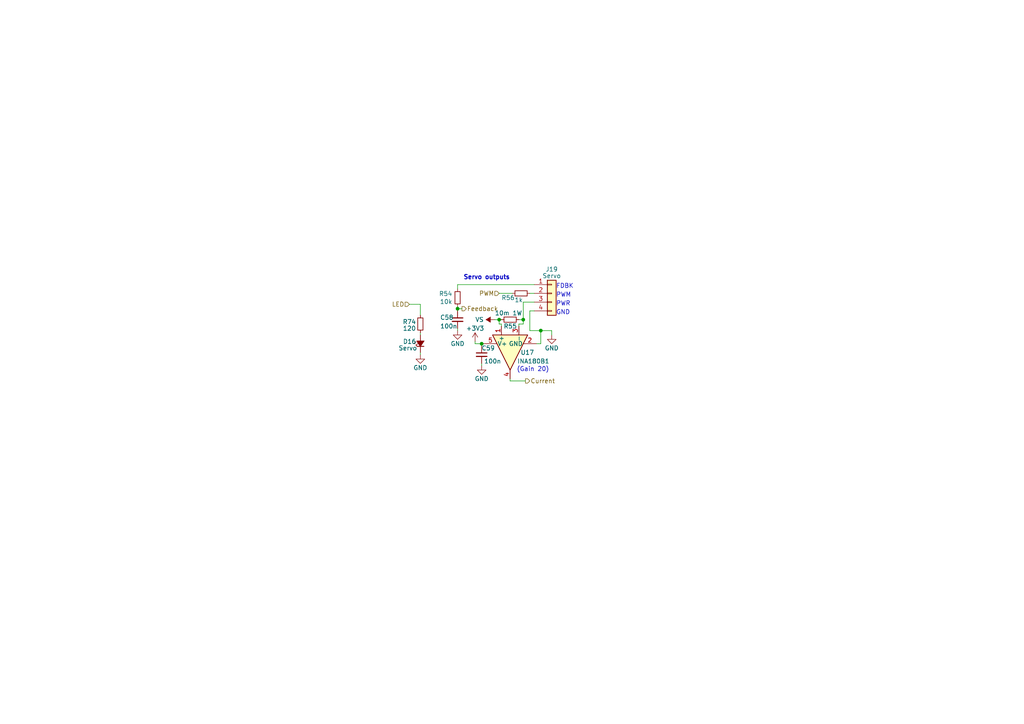
<source format=kicad_sch>
(kicad_sch (version 20211123) (generator eeschema)
  (paper "A4")
  (lib_symbols
    (symbol "Connector_Generic:Conn_01x04" (pin_names (offset 1.016) hide)
      (property "Reference" "J" (at 0 5.08 0))
      (property "Value" "Conn_01x04" (at 0 -7.62 0))
      (symbol "Conn_01x04_1_1"
        (rectangle (start -1.27 -4.953) (end 0 -5.207) (stroke (width 0.1524)))
        (rectangle (start -1.27 -2.413) (end 0 -2.667) (stroke (width 0.1524)))
        (rectangle (start -1.27 0.127) (end 0 -0.127) (stroke (width 0.1524)))
        (rectangle (start -1.27 2.667) (end 0 2.413) (stroke (width 0.1524)))
        (rectangle (start -1.27 3.81) (end 1.27 -6.35) (stroke (width 0.254)) (fill (type background)))
        (pin passive line (at -5.08 2.54 0) (length 3.81) (name "Pin_1") (number "1"))
        (pin passive line (at -5.08 0 0) (length 3.81) (name "Pin_2") (number "2"))
        (pin passive line (at -5.08 -2.54 0) (length 3.81) (name "Pin_3") (number "3"))
        (pin passive line (at -5.08 -5.08 0) (length 3.81) (name "Pin_4") (number "4"))
      )
    )
    (symbol "Device:C_Small" (pin_numbers hide) (pin_names (offset 0.254) hide)
      (property "Reference" "C" (at 0.254 1.778 0))
      (property "Value" "C_Small" (at 0.254 -2.032 0))
      (symbol "C_Small_0_1"
        (polyline (pts (xy -1.524 -0.508) (xy 1.524 -0.508)) (stroke (width 0.3302)))
        (polyline (pts (xy -1.524 0.508) (xy 1.524 0.508)) (stroke (width 0.3048)))
      )
      (symbol "C_Small_1_1"
        (pin passive line (at 0 2.54 270) (length 2.032) (name "~") (number "1"))
        (pin passive line (at 0 -2.54 90) (length 2.032) (name "~") (number "2"))
      )
    )
    (symbol "Device:LED_Small_Filled" (pin_numbers hide) (pin_names (offset 0.254) hide)
      (property "Reference" "D" (at -1.27 3.175 0))
      (property "Value" "LED_Small_Filled" (at -4.445 -2.54 0))
      (symbol "LED_Small_Filled_0_1"
        (polyline (pts (xy -0.762 -1.016) (xy -0.762 1.016)) (stroke (width 0.254)))
        (polyline (pts (xy 1.016 0) (xy -0.762 0)))
        (polyline (pts (xy 0.762 -1.016) (xy -0.762 0) (xy 0.762 1.016) (xy 0.762 -1.016)) (stroke (width 0.254)) (fill (type outline)))
        (polyline (pts (xy 0 0.762) (xy -0.508 1.27) (xy -0.254 1.27) (xy -0.508 1.27) (xy -0.508 1.016)))
        (polyline (pts (xy 0.508 1.27) (xy 0 1.778) (xy 0.254 1.778) (xy 0 1.778) (xy 0 1.524)))
      )
      (symbol "LED_Small_Filled_1_1"
        (pin passive line (at -2.54 0 0) (length 1.778) (name "K") (number "1"))
        (pin passive line (at 2.54 0 180) (length 1.778) (name "A") (number "2"))
      )
    )
    (symbol "Device:R_Small" (pin_numbers hide) (pin_names (offset 0.254) hide)
      (property "Reference" "R" (at 0.762 0.508 0))
      (property "Value" "R_Small" (at 0.762 -1.016 0))
      (symbol "R_Small_0_1"
        (rectangle (start -0.762 1.778) (end 0.762 -1.778) (stroke (width 0.2032)))
      )
      (symbol "R_Small_1_1"
        (pin passive line (at 0 2.54 270) (length 0.762) (name "~") (number "1"))
        (pin passive line (at 0 -2.54 90) (length 0.762) (name "~") (number "2"))
      )
    )
    (symbol "TXV_LIB:INA180B" (pin_names (offset 0.127))
      (property "Reference" "U" (at 3.81 3.81 0))
      (property "Value" "INA180B" (at 3.81 -2.54 0))
      (symbol "INA180B_0_1"
        (polyline (pts (xy 5.08 0) (xy -5.08 5.08) (xy -5.08 -5.08) (xy 5.08 0)) (stroke (width 0.254)) (fill (type background)))
      )
      (symbol "INA180B_1_1"
        (pin input line (at -7.62 2.54 0) (length 2.54) (name "+") (number "1"))
        (pin power_in line (at -2.54 -7.62 90) (length 3.81) (name "GND") (number "2"))
        (pin input line (at -7.62 -2.54 0) (length 2.54) (name "-") (number "3"))
        (pin output line (at 7.62 0 180) (length 2.54) (name "~") (number "4"))
        (pin power_in line (at -2.54 7.62 270) (length 3.81) (name "V+") (number "5"))
      )
    )
    (symbol "power:+3V3" (power) (pin_names (offset 0))
      (property "Value" "+3V3" (at 0 3.556 0))
      (symbol "+3V3_0_1"
        (polyline (pts (xy -0.762 1.27) (xy 0 2.54)))
        (polyline (pts (xy 0 0) (xy 0 2.54)))
        (polyline (pts (xy 0 2.54) (xy 0.762 1.27)))
      )
      (symbol "+3V3_1_1"
        (pin power_in line (at 0 0 90) (length 0) hide (name "+3V3") (number "1"))
      )
    )
    (symbol "power:GND" (power) (pin_names (offset 0))
      (property "Value" "GND" (at 0 -3.81 0))
      (symbol "GND_0_1"
        (polyline (pts (xy 0 0) (xy 0 -1.27) (xy 1.27 -1.27) (xy 0 -2.54) (xy -1.27 -1.27) (xy 0 -1.27)))
      )
      (symbol "GND_1_1"
        (pin power_in line (at 0 0 270) (length 0) hide (name "GND") (number "1"))
      )
    )
    (symbol "power:VS" (power) (pin_names (offset 0))
      (property "Value" "VS" (at 0 3.81 0))
      (symbol "VS_0_1"
        (polyline (pts (xy 0 0) (xy 0 2.54)))
        (polyline (pts (xy 0.762 1.27) (xy -0.762 1.27) (xy 0 2.54) (xy 0.762 1.27)) (fill (type outline)))
      )
      (symbol "VS_1_1"
        (pin power_in line (at 0 0 90) (length 0) hide (name "VS") (number "1"))
      )
    )
  )
  (junction (at 139.7 99.695))
  (junction (at 156.845 95.885))
  (junction (at 144.78 92.71))
  (junction (at 151.765 92.71))
  (junction (at 132.715 89.535))
  (wire (pts (xy 153.67 90.17) (xy 154.94 90.17)))
  (wire (pts (xy 147.955 110.49) (xy 152.4 110.49)))
  (wire (pts (xy 148.59 85.09) (xy 144.78 85.09)))
  (wire (pts (xy 121.92 102.87) (xy 121.92 102.235)))
  (wire (pts (xy 145.415 94.615) (xy 145.415 93.98)))
  (wire (pts (xy 156.845 95.885) (xy 160.02 95.885)))
  (wire (pts (xy 140.335 99.695) (xy 139.7 99.695)))
  (wire (pts (xy 150.495 94.615) (xy 150.495 93.98)))
  (wire (pts (xy 150.495 93.98) (xy 151.765 93.98)))
  (wire (pts (xy 151.765 87.63) (xy 151.765 92.71)))
  (wire (pts (xy 121.92 96.52) (xy 121.92 97.155)))
  (wire (pts (xy 144.78 93.98) (xy 144.78 92.71)))
  (wire (pts (xy 153.67 90.17) (xy 153.67 95.885)))
  (wire (pts (xy 137.795 99.06) (xy 137.795 99.695)))
  (wire (pts (xy 121.92 88.265) (xy 121.92 91.44)))
  (wire (pts (xy 132.715 89.535) (xy 132.715 90.17)))
  (wire (pts (xy 154.94 85.09) (xy 153.67 85.09)))
  (wire (pts (xy 139.7 106.045) (xy 139.7 105.41)))
  (wire (pts (xy 139.7 100.33) (xy 139.7 99.695)))
  (wire (pts (xy 144.78 92.71) (xy 145.415 92.71)))
  (wire (pts (xy 132.715 95.25) (xy 132.715 95.885)))
  (wire (pts (xy 150.495 92.71) (xy 151.765 92.71)))
  (wire (pts (xy 151.765 93.98) (xy 151.765 92.71)))
  (wire (pts (xy 153.67 95.885) (xy 156.845 95.885)))
  (wire (pts (xy 133.985 89.535) (xy 132.715 89.535)))
  (wire (pts (xy 151.765 87.63) (xy 154.94 87.63)))
  (wire (pts (xy 156.845 99.695) (xy 156.845 95.885)))
  (wire (pts (xy 132.715 83.82) (xy 132.715 82.55)))
  (wire (pts (xy 145.415 93.98) (xy 144.78 93.98)))
  (wire (pts (xy 155.575 99.695) (xy 156.845 99.695)))
  (wire (pts (xy 160.02 95.885) (xy 160.02 97.155)))
  (wire (pts (xy 137.795 99.695) (xy 139.7 99.695)))
  (wire (pts (xy 143.51 92.71) (xy 144.78 92.71)))
  (wire (pts (xy 147.955 110.49) (xy 147.955 109.855)))
  (wire (pts (xy 132.715 88.9) (xy 132.715 89.535)))
  (wire (pts (xy 154.94 82.55) (xy 132.715 82.55)))
  (wire (pts (xy 118.745 88.265) (xy 121.92 88.265)))
  (text "Servo outputs" (at 147.955 81.28 180) (effects (font (size 1.27 1.27) (thickness 0.254) bold) (justify right bottom)))
  (text "FDBK" (at 161.29 83.82 0) (effects (font (size 1.27 1.27)) (justify left bottom)))
  (text "GND" (at 161.29 91.44 0) (effects (font (size 1.27 1.27)) (justify left bottom)))
  (text "PWR\n" (at 161.29 88.9 0) (effects (font (size 1.27 1.27)) (justify left bottom)))
  (text "(Gain 20)" (at 149.86 107.95 0) (effects (font (size 1.27 1.27)) (justify left bottom)))
  (text "PWM" (at 161.29 86.36 0) (effects (font (size 1.27 1.27)) (justify left bottom)))
  (hierarchical_label "PWM" (shape input) (at 144.78 85.09 180))
  (hierarchical_label "Current" (shape output) (at 152.4 110.49 0))
  (hierarchical_label "Feedback" (shape output) (at 133.985 89.535 0))
  (hierarchical_label "LED" (shape input) (at 118.745 88.265 180))
  (symbol (lib_id "power:VS") (at 143.51 92.71 90)
    (property "Reference" "#PWR0175" (effects hide))
    (property "Value" "VS" (at 140.335 92.71 90) (effects (justify left)))
  )
  (symbol (lib_id "Device:LED_Small_Filled") (at 121.92 99.695 90)
    (property "Reference" "D16" (at 116.84 99.06 90) (effects (justify right)))
    (property "Value" "Servo" (at 115.57 100.965 90) (effects (justify right)))
    (property "Footprint" "LED_SMD:LED_0603_1608Metric" (effects hide))
  )
  (symbol (lib_id "power:GND") (at 121.92 102.87 0)
    (property "Reference" "#PWR0211" (effects hide))
    (property "Value" "GND" (at 121.92 106.68 0))
  )
  (symbol (lib_id "Device:R_Small") (at 121.92 93.98 0)
    (property "Reference" "R74" (at 118.745 93.345 0))
    (property "Value" "120" (at 118.745 95.25 0))
    (property "Footprint" "Resistor_SMD:R_0603_1608Metric" (effects hide))
  )
  (symbol (lib_id "Connector_Generic:Conn_01x04") (at 160.02 85.09 0)
    (property "Reference" "J19" (at 160.02 78.105 0))
    (property "Value" "Servo" (at 160.02 80.01 0))
    (property "Footprint" "TXV_LIB:Molex_Nano-Fit_105309-xx04_1x04_P2.50mm_Vertical" (effects hide))
  )
  (symbol (lib_id "power:GND") (at 160.02 97.155 0) (mirror y)
    (property "Reference" "#PWR0171" (effects hide))
    (property "Value" "GND" (at 160.02 100.965 0))
  )
  (symbol (lib_id "power:GND") (at 132.715 95.885 0) (mirror y)
    (property "Reference" "#PWR0172" (effects hide))
    (property "Value" "GND" (at 132.715 99.695 0))
  )
  (symbol (lib_id "Device:R_Small") (at 132.715 86.36 0) (mirror x)
    (property "Reference" "R54" (at 131.2164 85.1916 0) (effects (justify right)))
    (property "Value" "10k" (at 131.2164 87.503 0) (effects (justify right)))
    (property "Footprint" "Resistor_SMD:R_0603_1608Metric" (effects hide))
  )
  (symbol (lib_id "Device:R_Small") (at 147.955 92.71 270) (mirror x)
    (property "Reference" "R55" (at 146.05 94.615 90) (effects (justify left)))
    (property "Value" "10m 1W" (at 143.51 90.805 90) (effects (justify left)))
    (property "Footprint" "Resistor_SMD:R_1206_3216Metric" (effects hide))
    (property "Type" "ULR1S-R005FT2" (effects hide))
  )
  (symbol (lib_id "Device:R_Small") (at 151.13 85.09 90) (mirror x)
    (property "Reference" "R56" (at 145.415 86.36 90) (effects (justify right)))
    (property "Value" "1k" (at 149.225 86.995 90) (effects (justify right)))
    (property "Footprint" "Resistor_SMD:R_0603_1608Metric" (effects hide))
  )
  (symbol (lib_id "Device:C_Small") (at 132.715 92.71 0)
    (property "Reference" "C58" (at 127.635 92.075 0) (effects (justify left)))
    (property "Value" "100n" (at 127.635 94.615 0) (effects (justify left)))
    (property "Footprint" "Capacitor_SMD:C_0402_1005Metric" (effects hide))
  )
  (symbol (lib_id "TXV_LIB:INA180B") (at 147.955 102.235 90) (mirror x)
    (property "Reference" "U17" (at 154.94 102.235 90) (effects (justify left)))
    (property "Value" "INA180B1" (at 159.385 104.775 90) (effects (justify left)))
    (property "Footprint" "Package_TO_SOT_SMD:SOT-23-5" (effects hide))
    (property "Datasheet" "https://www.ti.com/lit/ds/symlink/ina180.pdf?HQS=TI-null-null-mousermode-df-pf-null-wwe&ts=1600565622363&ref_url=https%253A%252F%252Fwww.mouser.at%252F" (effects hide))
  )
  (symbol (lib_id "power:+3V3") (at 137.795 99.06 0) (mirror y)
    (property "Reference" "#PWR0173" (effects hide))
    (property "Value" "+3V3" (at 137.795 95.25 0))
  )
  (symbol (lib_id "Device:C_Small") (at 139.7 102.87 0) (mirror y)
    (property "Reference" "C59" (at 141.605 100.965 0))
    (property "Value" "100n" (at 142.875 104.775 0))
    (property "Footprint" "Capacitor_SMD:C_0402_1005Metric" (effects hide))
  )
  (symbol (lib_id "power:GND") (at 139.7 106.045 0)
    (property "Reference" "#PWR0174" (effects hide))
    (property "Value" "GND" (at 139.7 109.855 0))
  )
)
</source>
